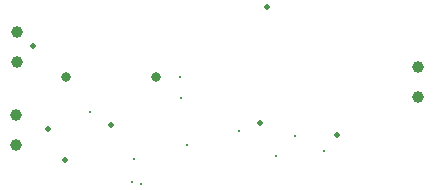
<source format=gbr>
%TF.GenerationSoftware,KiCad,Pcbnew,9.0.1*%
%TF.CreationDate,2025-08-14T16:02:18+05:30*%
%TF.ProjectId,TinySolarSupply,54696e79-536f-46c6-9172-537570706c79,rev?*%
%TF.SameCoordinates,Original*%
%TF.FileFunction,Plated,1,2,PTH,Drill*%
%TF.FilePolarity,Positive*%
%FSLAX46Y46*%
G04 Gerber Fmt 4.6, Leading zero omitted, Abs format (unit mm)*
G04 Created by KiCad (PCBNEW 9.0.1) date 2025-08-14 16:02:18*
%MOMM*%
%LPD*%
G01*
G04 APERTURE LIST*
%TA.AperFunction,ViaDrill*%
%ADD10C,0.300000*%
%TD*%
%TA.AperFunction,ViaDrill*%
%ADD11C,0.500000*%
%TD*%
%TA.AperFunction,ComponentDrill*%
%ADD12C,0.800000*%
%TD*%
%TA.AperFunction,ComponentDrill*%
%ADD13C,1.000000*%
%TD*%
G04 APERTURE END LIST*
D10*
X107772200Y-109967400D03*
X111302800Y-115900200D03*
X111455200Y-113919000D03*
X112090200Y-116014600D03*
X115366800Y-107010200D03*
X115468400Y-108788200D03*
X115976400Y-112725200D03*
X120345200Y-111531400D03*
X123444000Y-113690400D03*
X125069600Y-111963200D03*
X127533400Y-113233200D03*
D11*
X102891200Y-104368600D03*
X104165400Y-111404400D03*
X105638600Y-114046000D03*
X109499400Y-111074200D03*
X122123200Y-110896400D03*
X122732800Y-101092000D03*
X128676400Y-111887000D03*
D12*
%TO.C,J3*%
X105706500Y-107022700D03*
X113326500Y-107022700D03*
D13*
%TO.C,J2*%
X101489200Y-110164800D03*
X101489200Y-112704800D03*
%TO.C,J4*%
X101514600Y-103205200D03*
X101514600Y-105745200D03*
%TO.C,J1*%
X135543600Y-106167000D03*
X135543600Y-108707000D03*
M02*

</source>
